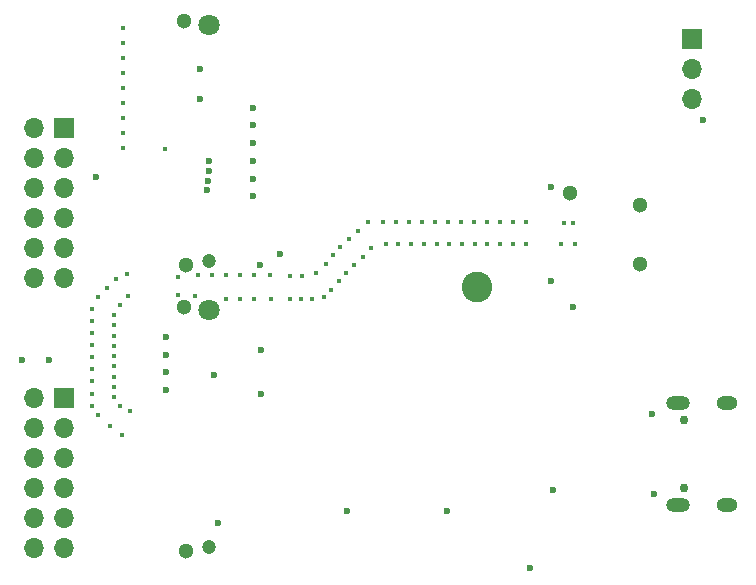
<source format=gbr>
%TF.GenerationSoftware,KiCad,Pcbnew,6.0.11-2627ca5db0~126~ubuntu22.04.1*%
%TF.CreationDate,2023-04-14T13:07:02+07:00*%
%TF.ProjectId,MiSTeX-Pmod,4d695354-6558-42d5-906d-6f642e6b6963,rev?*%
%TF.SameCoordinates,Original*%
%TF.FileFunction,Copper,L3,Inr*%
%TF.FilePolarity,Positive*%
%FSLAX46Y46*%
G04 Gerber Fmt 4.6, Leading zero omitted, Abs format (unit mm)*
G04 Created by KiCad (PCBNEW 6.0.11-2627ca5db0~126~ubuntu22.04.1) date 2023-04-14 13:07:02*
%MOMM*%
%LPD*%
G01*
G04 APERTURE LIST*
%TA.AperFunction,ComponentPad*%
%ADD10C,1.800000*%
%TD*%
%TA.AperFunction,ComponentPad*%
%ADD11C,1.200000*%
%TD*%
%TA.AperFunction,ComponentPad*%
%ADD12C,1.300000*%
%TD*%
%TA.AperFunction,ComponentPad*%
%ADD13C,0.750000*%
%TD*%
%TA.AperFunction,ComponentPad*%
%ADD14O,1.800000X1.200000*%
%TD*%
%TA.AperFunction,ComponentPad*%
%ADD15O,2.000000X1.200000*%
%TD*%
%TA.AperFunction,ComponentPad*%
%ADD16R,1.700000X1.700000*%
%TD*%
%TA.AperFunction,ComponentPad*%
%ADD17O,1.700000X1.700000*%
%TD*%
%TA.AperFunction,ComponentPad*%
%ADD18C,2.600000*%
%TD*%
%TA.AperFunction,ViaPad*%
%ADD19C,0.450000*%
%TD*%
%TA.AperFunction,ViaPad*%
%ADD20C,0.600000*%
%TD*%
%TA.AperFunction,ViaPad*%
%ADD21C,1.300000*%
%TD*%
G04 APERTURE END LIST*
D10*
%TO.N,*%
%TO.C,CN2*%
X132120100Y-74182400D03*
D11*
X132120100Y-94182400D03*
%TD*%
D12*
%TO.N,*%
%TO.C,J2*%
X168598600Y-89409400D03*
X168598600Y-94409400D03*
%TD*%
D13*
%TO.N,*%
%TO.C,J5*%
X172329000Y-113394000D03*
X172329000Y-107594000D03*
D14*
%TO.N,N/C*%
X176029000Y-106164000D03*
X176029000Y-114824000D03*
D15*
X171829000Y-106164000D03*
X171829000Y-114824000D03*
%TD*%
D16*
%TO.N,/PC0_UART2_TX*%
%TO.C,J1*%
X119875300Y-105714800D03*
D17*
%TO.N,/PC1_UART2_RX*%
X119875300Y-108254800D03*
%TO.N,/PB0_SCL*%
X119875300Y-110794800D03*
%TO.N,/PB1_SDA*%
X119875300Y-113334800D03*
%TO.N,GND*%
X119875300Y-115874800D03*
%TO.N,unconnected-(J1-Pad6)*%
X119875300Y-118414800D03*
%TO.N,/PG9_UART1_CTS*%
X117335300Y-105714800D03*
%TO.N,/PG6_UART1_TX*%
X117335300Y-108254800D03*
%TO.N,/PG7_UART1_RX*%
X117335300Y-110794800D03*
%TO.N,/PG8_UART1_RTS*%
X117335300Y-113334800D03*
%TO.N,GND*%
X117335300Y-115874800D03*
%TO.N,unconnected-(J1-Pad12)*%
X117335300Y-118414800D03*
%TD*%
D16*
%TO.N,GND*%
%TO.C,J3*%
X173021100Y-75327400D03*
D17*
%TO.N,/PB9_UART0_RX*%
X173021100Y-77867400D03*
%TO.N,/PB8_UART0_TX*%
X173021100Y-80407400D03*
%TD*%
D16*
%TO.N,Net-(J4-Pad1)*%
%TO.C,J4*%
X119875300Y-82854800D03*
D17*
%TO.N,Net-(J4-Pad2)*%
X119875300Y-85394800D03*
%TO.N,Net-(J4-Pad3)*%
X119875300Y-87934800D03*
%TO.N,Net-(J4-Pad4)*%
X119875300Y-90474800D03*
%TO.N,GND*%
X119875300Y-93014800D03*
%TO.N,unconnected-(J4-Pad6)*%
X119875300Y-95554800D03*
%TO.N,/PD6_CORE_RESET*%
X117335300Y-82854800D03*
%TO.N,/PD7_FPGA_EN*%
X117335300Y-85394800D03*
%TO.N,/PD8_OSD_EN*%
X117335300Y-87934800D03*
%TO.N,/PD9_IO_EN*%
X117335300Y-90474800D03*
%TO.N,GND*%
X117335300Y-93014800D03*
%TO.N,unconnected-(J4-Pad12)*%
X117335300Y-95554800D03*
%TD*%
D10*
%TO.N,*%
%TO.C,CN1*%
X132120100Y-98332400D03*
D11*
X132120100Y-118332400D03*
%TD*%
D18*
%TO.N,GND*%
%TO.C,H1*%
X154820100Y-96322400D03*
%TD*%
D19*
%TO.N,GND*%
X137325100Y-95382400D03*
X133582600Y-95382400D03*
X122270100Y-103332400D03*
X124620100Y-97882400D03*
X140855700Y-97332400D03*
X150184427Y-90860800D03*
X155656972Y-90860800D03*
X124620100Y-106432400D03*
X163106100Y-92735400D03*
D20*
X161096100Y-95809400D03*
D19*
X148180136Y-92710000D03*
X124879100Y-74447400D03*
X155712388Y-92710000D03*
X125220100Y-95282400D03*
D20*
X135870100Y-87182400D03*
X135870100Y-88682400D03*
D19*
X134782600Y-97332400D03*
D20*
X162996100Y-98059400D03*
D19*
X124879100Y-83337400D03*
X132370100Y-95382400D03*
X124070100Y-98732400D03*
X156788424Y-92710000D03*
X124752100Y-108864400D03*
X143154758Y-95883000D03*
X122770100Y-107182400D03*
D21*
X130020100Y-98032400D03*
D19*
X124070100Y-100469900D03*
X161964100Y-92735400D03*
X144767300Y-91592400D03*
X158940500Y-90860800D03*
X122270100Y-99232400D03*
X124070100Y-103076150D03*
X125320100Y-97132400D03*
X144454758Y-94483000D03*
X156751481Y-90860800D03*
X145854758Y-93033000D03*
X124070100Y-101338650D03*
X158940500Y-92710000D03*
X137362600Y-97332400D03*
X124070100Y-99601150D03*
X147104100Y-92710000D03*
D21*
X162687000Y-88359400D03*
D20*
X135870100Y-81182400D03*
D19*
X124070100Y-105682400D03*
X153467954Y-90860800D03*
X124879100Y-84607400D03*
D20*
X128520100Y-100582400D03*
D19*
X124879100Y-82067400D03*
X141904758Y-97183000D03*
X150332208Y-92710000D03*
X124879100Y-75717400D03*
X124070100Y-104813650D03*
D20*
X132870100Y-116332400D03*
X161293400Y-113507800D03*
X135870100Y-82682400D03*
D21*
X130170100Y-94532400D03*
D19*
X134745100Y-95382400D03*
X128420100Y-84632400D03*
D20*
X169802500Y-113846800D03*
D19*
X124070100Y-102207400D03*
D20*
X161096100Y-87859400D03*
D19*
X149256172Y-92710000D03*
X138976100Y-97352400D03*
X143254758Y-92983000D03*
X122270100Y-98207400D03*
X143954758Y-92283000D03*
X124244100Y-95707200D03*
D20*
X128520100Y-102082400D03*
D19*
X157845990Y-90860800D03*
X142654758Y-93683000D03*
X122270100Y-104357400D03*
X122270100Y-101282400D03*
X149089918Y-90860800D03*
X152373445Y-90860800D03*
X141211300Y-95199200D03*
D20*
X128520100Y-105082400D03*
D21*
X130020100Y-73832400D03*
D19*
X143754758Y-95183000D03*
D20*
X135870100Y-84182400D03*
X132575300Y-103832400D03*
D19*
X142504758Y-96583000D03*
X145630900Y-90881200D03*
X154636352Y-92710000D03*
X147995409Y-90860800D03*
X122270100Y-106407400D03*
X133620100Y-97332400D03*
X157864460Y-92710000D03*
X131207600Y-95382400D03*
X153560316Y-92710000D03*
D20*
X128520100Y-103582400D03*
D19*
X152484280Y-92710000D03*
D21*
X130170100Y-118682400D03*
D19*
X122270100Y-105382400D03*
X151278936Y-90860800D03*
X129527300Y-97028000D03*
X124879100Y-80797400D03*
X124879100Y-79527400D03*
X123736100Y-108102400D03*
D20*
X135870100Y-85682400D03*
D19*
X135945100Y-97332400D03*
X138976100Y-95402400D03*
X130949700Y-97129600D03*
X129527300Y-95504000D03*
X142004758Y-94383000D03*
X125420100Y-106832400D03*
X123532900Y-96469200D03*
D20*
X169675500Y-107115800D03*
D19*
X146900900Y-90860800D03*
D20*
X173971100Y-82227400D03*
D19*
X124879100Y-76987400D03*
X124879100Y-78257400D03*
X139992100Y-95402400D03*
D20*
X159293400Y-120107800D03*
D19*
X122270100Y-100257400D03*
X124070100Y-103944900D03*
X162218100Y-90957400D03*
X154562463Y-90860800D03*
X139941300Y-97332400D03*
X145154758Y-93783000D03*
X151408244Y-92710000D03*
X122270100Y-102307400D03*
X122720100Y-97231200D03*
X162976100Y-90957400D03*
X135907600Y-95382400D03*
D20*
%TO.N,/RESET*%
X143802100Y-115341400D03*
X152311100Y-115341400D03*
%TO.N,/PD9_IO_EN*%
X131948530Y-88172605D03*
%TO.N,/PD8_OSD_EN*%
X132070100Y-87382400D03*
%TO.N,/PD7_FPGA_EN*%
X132128511Y-86573989D03*
%TO.N,/PD6_CORE_RESET*%
X132170100Y-85732400D03*
%TO.N,/PC0_UART2_TX*%
X138112500Y-93522800D03*
%TO.N,/PC1_UART2_RX*%
X136537700Y-101701600D03*
X136537700Y-105410000D03*
X136486900Y-94488000D03*
%TO.N,Net-(J4-Pad4)*%
X122567700Y-87020400D03*
%TO.N,/PB0_SCL*%
X118579900Y-102539800D03*
%TO.N,/PB1_SDA*%
X116268500Y-102514400D03*
%TO.N,/PB8_UART0_TX*%
X131356100Y-80416400D03*
%TO.N,/PB9_UART0_RX*%
X131356100Y-77876400D03*
%TD*%
M02*

</source>
